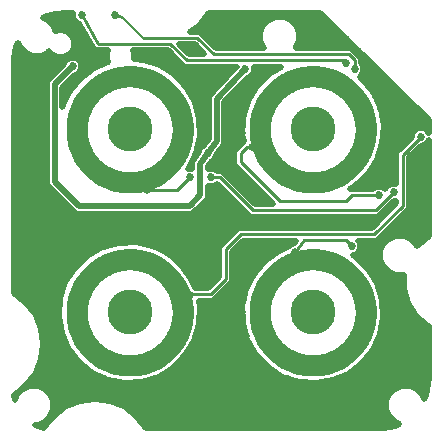
<source format=gbl>
G75*
%MOIN*%
%OFA0B0*%
%FSLAX25Y25*%
%IPPOS*%
%LPD*%
%AMOC8*
5,1,8,0,0,1.08239X$1,22.5*
%
%ADD10C,0.15000*%
%ADD11C,0.02500*%
%ADD12C,0.03400*%
%ADD13C,0.07000*%
%ADD14C,0.02000*%
%ADD15C,0.02700*%
%ADD16C,0.01000*%
%ADD17C,0.00748*%
D10*
X0058558Y0056840D03*
X0119558Y0056840D03*
X0119558Y0117840D03*
X0058558Y0117840D03*
D11*
X0064469Y0097783D03*
X0099500Y0111929D03*
X0113647Y0076898D03*
X0078615Y0062751D03*
D12*
X0058558Y0056840D03*
X0119558Y0056840D03*
X0119558Y0117840D03*
X0058558Y0117840D03*
D13*
X0040858Y0117840D02*
X0040863Y0118274D01*
X0040879Y0118708D01*
X0040906Y0119142D01*
X0040943Y0119575D01*
X0040991Y0120007D01*
X0041050Y0120437D01*
X0041119Y0120866D01*
X0041198Y0121293D01*
X0041288Y0121718D01*
X0041388Y0122141D01*
X0041499Y0122561D01*
X0041620Y0122978D01*
X0041751Y0123392D01*
X0041893Y0123803D01*
X0042044Y0124210D01*
X0042205Y0124613D01*
X0042376Y0125013D01*
X0042557Y0125408D01*
X0042748Y0125798D01*
X0042948Y0126184D01*
X0043157Y0126564D01*
X0043376Y0126940D01*
X0043604Y0127309D01*
X0043841Y0127674D01*
X0044087Y0128032D01*
X0044341Y0128384D01*
X0044604Y0128730D01*
X0044876Y0129069D01*
X0045155Y0129401D01*
X0045443Y0129727D01*
X0045739Y0130045D01*
X0046042Y0130356D01*
X0046353Y0130659D01*
X0046671Y0130955D01*
X0046997Y0131243D01*
X0047329Y0131522D01*
X0047668Y0131794D01*
X0048014Y0132057D01*
X0048366Y0132311D01*
X0048724Y0132557D01*
X0049089Y0132794D01*
X0049458Y0133022D01*
X0049834Y0133241D01*
X0050214Y0133450D01*
X0050600Y0133650D01*
X0050990Y0133841D01*
X0051385Y0134022D01*
X0051785Y0134193D01*
X0052188Y0134354D01*
X0052595Y0134505D01*
X0053006Y0134647D01*
X0053420Y0134778D01*
X0053837Y0134899D01*
X0054257Y0135010D01*
X0054680Y0135110D01*
X0055105Y0135200D01*
X0055532Y0135279D01*
X0055961Y0135348D01*
X0056391Y0135407D01*
X0056823Y0135455D01*
X0057256Y0135492D01*
X0057690Y0135519D01*
X0058124Y0135535D01*
X0058558Y0135540D01*
X0058992Y0135535D01*
X0059426Y0135519D01*
X0059860Y0135492D01*
X0060293Y0135455D01*
X0060725Y0135407D01*
X0061155Y0135348D01*
X0061584Y0135279D01*
X0062011Y0135200D01*
X0062436Y0135110D01*
X0062859Y0135010D01*
X0063279Y0134899D01*
X0063696Y0134778D01*
X0064110Y0134647D01*
X0064521Y0134505D01*
X0064928Y0134354D01*
X0065331Y0134193D01*
X0065731Y0134022D01*
X0066126Y0133841D01*
X0066516Y0133650D01*
X0066902Y0133450D01*
X0067282Y0133241D01*
X0067658Y0133022D01*
X0068027Y0132794D01*
X0068392Y0132557D01*
X0068750Y0132311D01*
X0069102Y0132057D01*
X0069448Y0131794D01*
X0069787Y0131522D01*
X0070119Y0131243D01*
X0070445Y0130955D01*
X0070763Y0130659D01*
X0071074Y0130356D01*
X0071377Y0130045D01*
X0071673Y0129727D01*
X0071961Y0129401D01*
X0072240Y0129069D01*
X0072512Y0128730D01*
X0072775Y0128384D01*
X0073029Y0128032D01*
X0073275Y0127674D01*
X0073512Y0127309D01*
X0073740Y0126940D01*
X0073959Y0126564D01*
X0074168Y0126184D01*
X0074368Y0125798D01*
X0074559Y0125408D01*
X0074740Y0125013D01*
X0074911Y0124613D01*
X0075072Y0124210D01*
X0075223Y0123803D01*
X0075365Y0123392D01*
X0075496Y0122978D01*
X0075617Y0122561D01*
X0075728Y0122141D01*
X0075828Y0121718D01*
X0075918Y0121293D01*
X0075997Y0120866D01*
X0076066Y0120437D01*
X0076125Y0120007D01*
X0076173Y0119575D01*
X0076210Y0119142D01*
X0076237Y0118708D01*
X0076253Y0118274D01*
X0076258Y0117840D01*
X0076253Y0117406D01*
X0076237Y0116972D01*
X0076210Y0116538D01*
X0076173Y0116105D01*
X0076125Y0115673D01*
X0076066Y0115243D01*
X0075997Y0114814D01*
X0075918Y0114387D01*
X0075828Y0113962D01*
X0075728Y0113539D01*
X0075617Y0113119D01*
X0075496Y0112702D01*
X0075365Y0112288D01*
X0075223Y0111877D01*
X0075072Y0111470D01*
X0074911Y0111067D01*
X0074740Y0110667D01*
X0074559Y0110272D01*
X0074368Y0109882D01*
X0074168Y0109496D01*
X0073959Y0109116D01*
X0073740Y0108740D01*
X0073512Y0108371D01*
X0073275Y0108006D01*
X0073029Y0107648D01*
X0072775Y0107296D01*
X0072512Y0106950D01*
X0072240Y0106611D01*
X0071961Y0106279D01*
X0071673Y0105953D01*
X0071377Y0105635D01*
X0071074Y0105324D01*
X0070763Y0105021D01*
X0070445Y0104725D01*
X0070119Y0104437D01*
X0069787Y0104158D01*
X0069448Y0103886D01*
X0069102Y0103623D01*
X0068750Y0103369D01*
X0068392Y0103123D01*
X0068027Y0102886D01*
X0067658Y0102658D01*
X0067282Y0102439D01*
X0066902Y0102230D01*
X0066516Y0102030D01*
X0066126Y0101839D01*
X0065731Y0101658D01*
X0065331Y0101487D01*
X0064928Y0101326D01*
X0064521Y0101175D01*
X0064110Y0101033D01*
X0063696Y0100902D01*
X0063279Y0100781D01*
X0062859Y0100670D01*
X0062436Y0100570D01*
X0062011Y0100480D01*
X0061584Y0100401D01*
X0061155Y0100332D01*
X0060725Y0100273D01*
X0060293Y0100225D01*
X0059860Y0100188D01*
X0059426Y0100161D01*
X0058992Y0100145D01*
X0058558Y0100140D01*
X0058124Y0100145D01*
X0057690Y0100161D01*
X0057256Y0100188D01*
X0056823Y0100225D01*
X0056391Y0100273D01*
X0055961Y0100332D01*
X0055532Y0100401D01*
X0055105Y0100480D01*
X0054680Y0100570D01*
X0054257Y0100670D01*
X0053837Y0100781D01*
X0053420Y0100902D01*
X0053006Y0101033D01*
X0052595Y0101175D01*
X0052188Y0101326D01*
X0051785Y0101487D01*
X0051385Y0101658D01*
X0050990Y0101839D01*
X0050600Y0102030D01*
X0050214Y0102230D01*
X0049834Y0102439D01*
X0049458Y0102658D01*
X0049089Y0102886D01*
X0048724Y0103123D01*
X0048366Y0103369D01*
X0048014Y0103623D01*
X0047668Y0103886D01*
X0047329Y0104158D01*
X0046997Y0104437D01*
X0046671Y0104725D01*
X0046353Y0105021D01*
X0046042Y0105324D01*
X0045739Y0105635D01*
X0045443Y0105953D01*
X0045155Y0106279D01*
X0044876Y0106611D01*
X0044604Y0106950D01*
X0044341Y0107296D01*
X0044087Y0107648D01*
X0043841Y0108006D01*
X0043604Y0108371D01*
X0043376Y0108740D01*
X0043157Y0109116D01*
X0042948Y0109496D01*
X0042748Y0109882D01*
X0042557Y0110272D01*
X0042376Y0110667D01*
X0042205Y0111067D01*
X0042044Y0111470D01*
X0041893Y0111877D01*
X0041751Y0112288D01*
X0041620Y0112702D01*
X0041499Y0113119D01*
X0041388Y0113539D01*
X0041288Y0113962D01*
X0041198Y0114387D01*
X0041119Y0114814D01*
X0041050Y0115243D01*
X0040991Y0115673D01*
X0040943Y0116105D01*
X0040906Y0116538D01*
X0040879Y0116972D01*
X0040863Y0117406D01*
X0040858Y0117840D01*
X0040858Y0056840D02*
X0040863Y0057274D01*
X0040879Y0057708D01*
X0040906Y0058142D01*
X0040943Y0058575D01*
X0040991Y0059007D01*
X0041050Y0059437D01*
X0041119Y0059866D01*
X0041198Y0060293D01*
X0041288Y0060718D01*
X0041388Y0061141D01*
X0041499Y0061561D01*
X0041620Y0061978D01*
X0041751Y0062392D01*
X0041893Y0062803D01*
X0042044Y0063210D01*
X0042205Y0063613D01*
X0042376Y0064013D01*
X0042557Y0064408D01*
X0042748Y0064798D01*
X0042948Y0065184D01*
X0043157Y0065564D01*
X0043376Y0065940D01*
X0043604Y0066309D01*
X0043841Y0066674D01*
X0044087Y0067032D01*
X0044341Y0067384D01*
X0044604Y0067730D01*
X0044876Y0068069D01*
X0045155Y0068401D01*
X0045443Y0068727D01*
X0045739Y0069045D01*
X0046042Y0069356D01*
X0046353Y0069659D01*
X0046671Y0069955D01*
X0046997Y0070243D01*
X0047329Y0070522D01*
X0047668Y0070794D01*
X0048014Y0071057D01*
X0048366Y0071311D01*
X0048724Y0071557D01*
X0049089Y0071794D01*
X0049458Y0072022D01*
X0049834Y0072241D01*
X0050214Y0072450D01*
X0050600Y0072650D01*
X0050990Y0072841D01*
X0051385Y0073022D01*
X0051785Y0073193D01*
X0052188Y0073354D01*
X0052595Y0073505D01*
X0053006Y0073647D01*
X0053420Y0073778D01*
X0053837Y0073899D01*
X0054257Y0074010D01*
X0054680Y0074110D01*
X0055105Y0074200D01*
X0055532Y0074279D01*
X0055961Y0074348D01*
X0056391Y0074407D01*
X0056823Y0074455D01*
X0057256Y0074492D01*
X0057690Y0074519D01*
X0058124Y0074535D01*
X0058558Y0074540D01*
X0058992Y0074535D01*
X0059426Y0074519D01*
X0059860Y0074492D01*
X0060293Y0074455D01*
X0060725Y0074407D01*
X0061155Y0074348D01*
X0061584Y0074279D01*
X0062011Y0074200D01*
X0062436Y0074110D01*
X0062859Y0074010D01*
X0063279Y0073899D01*
X0063696Y0073778D01*
X0064110Y0073647D01*
X0064521Y0073505D01*
X0064928Y0073354D01*
X0065331Y0073193D01*
X0065731Y0073022D01*
X0066126Y0072841D01*
X0066516Y0072650D01*
X0066902Y0072450D01*
X0067282Y0072241D01*
X0067658Y0072022D01*
X0068027Y0071794D01*
X0068392Y0071557D01*
X0068750Y0071311D01*
X0069102Y0071057D01*
X0069448Y0070794D01*
X0069787Y0070522D01*
X0070119Y0070243D01*
X0070445Y0069955D01*
X0070763Y0069659D01*
X0071074Y0069356D01*
X0071377Y0069045D01*
X0071673Y0068727D01*
X0071961Y0068401D01*
X0072240Y0068069D01*
X0072512Y0067730D01*
X0072775Y0067384D01*
X0073029Y0067032D01*
X0073275Y0066674D01*
X0073512Y0066309D01*
X0073740Y0065940D01*
X0073959Y0065564D01*
X0074168Y0065184D01*
X0074368Y0064798D01*
X0074559Y0064408D01*
X0074740Y0064013D01*
X0074911Y0063613D01*
X0075072Y0063210D01*
X0075223Y0062803D01*
X0075365Y0062392D01*
X0075496Y0061978D01*
X0075617Y0061561D01*
X0075728Y0061141D01*
X0075828Y0060718D01*
X0075918Y0060293D01*
X0075997Y0059866D01*
X0076066Y0059437D01*
X0076125Y0059007D01*
X0076173Y0058575D01*
X0076210Y0058142D01*
X0076237Y0057708D01*
X0076253Y0057274D01*
X0076258Y0056840D01*
X0076253Y0056406D01*
X0076237Y0055972D01*
X0076210Y0055538D01*
X0076173Y0055105D01*
X0076125Y0054673D01*
X0076066Y0054243D01*
X0075997Y0053814D01*
X0075918Y0053387D01*
X0075828Y0052962D01*
X0075728Y0052539D01*
X0075617Y0052119D01*
X0075496Y0051702D01*
X0075365Y0051288D01*
X0075223Y0050877D01*
X0075072Y0050470D01*
X0074911Y0050067D01*
X0074740Y0049667D01*
X0074559Y0049272D01*
X0074368Y0048882D01*
X0074168Y0048496D01*
X0073959Y0048116D01*
X0073740Y0047740D01*
X0073512Y0047371D01*
X0073275Y0047006D01*
X0073029Y0046648D01*
X0072775Y0046296D01*
X0072512Y0045950D01*
X0072240Y0045611D01*
X0071961Y0045279D01*
X0071673Y0044953D01*
X0071377Y0044635D01*
X0071074Y0044324D01*
X0070763Y0044021D01*
X0070445Y0043725D01*
X0070119Y0043437D01*
X0069787Y0043158D01*
X0069448Y0042886D01*
X0069102Y0042623D01*
X0068750Y0042369D01*
X0068392Y0042123D01*
X0068027Y0041886D01*
X0067658Y0041658D01*
X0067282Y0041439D01*
X0066902Y0041230D01*
X0066516Y0041030D01*
X0066126Y0040839D01*
X0065731Y0040658D01*
X0065331Y0040487D01*
X0064928Y0040326D01*
X0064521Y0040175D01*
X0064110Y0040033D01*
X0063696Y0039902D01*
X0063279Y0039781D01*
X0062859Y0039670D01*
X0062436Y0039570D01*
X0062011Y0039480D01*
X0061584Y0039401D01*
X0061155Y0039332D01*
X0060725Y0039273D01*
X0060293Y0039225D01*
X0059860Y0039188D01*
X0059426Y0039161D01*
X0058992Y0039145D01*
X0058558Y0039140D01*
X0058124Y0039145D01*
X0057690Y0039161D01*
X0057256Y0039188D01*
X0056823Y0039225D01*
X0056391Y0039273D01*
X0055961Y0039332D01*
X0055532Y0039401D01*
X0055105Y0039480D01*
X0054680Y0039570D01*
X0054257Y0039670D01*
X0053837Y0039781D01*
X0053420Y0039902D01*
X0053006Y0040033D01*
X0052595Y0040175D01*
X0052188Y0040326D01*
X0051785Y0040487D01*
X0051385Y0040658D01*
X0050990Y0040839D01*
X0050600Y0041030D01*
X0050214Y0041230D01*
X0049834Y0041439D01*
X0049458Y0041658D01*
X0049089Y0041886D01*
X0048724Y0042123D01*
X0048366Y0042369D01*
X0048014Y0042623D01*
X0047668Y0042886D01*
X0047329Y0043158D01*
X0046997Y0043437D01*
X0046671Y0043725D01*
X0046353Y0044021D01*
X0046042Y0044324D01*
X0045739Y0044635D01*
X0045443Y0044953D01*
X0045155Y0045279D01*
X0044876Y0045611D01*
X0044604Y0045950D01*
X0044341Y0046296D01*
X0044087Y0046648D01*
X0043841Y0047006D01*
X0043604Y0047371D01*
X0043376Y0047740D01*
X0043157Y0048116D01*
X0042948Y0048496D01*
X0042748Y0048882D01*
X0042557Y0049272D01*
X0042376Y0049667D01*
X0042205Y0050067D01*
X0042044Y0050470D01*
X0041893Y0050877D01*
X0041751Y0051288D01*
X0041620Y0051702D01*
X0041499Y0052119D01*
X0041388Y0052539D01*
X0041288Y0052962D01*
X0041198Y0053387D01*
X0041119Y0053814D01*
X0041050Y0054243D01*
X0040991Y0054673D01*
X0040943Y0055105D01*
X0040906Y0055538D01*
X0040879Y0055972D01*
X0040863Y0056406D01*
X0040858Y0056840D01*
X0101858Y0056840D02*
X0101863Y0057274D01*
X0101879Y0057708D01*
X0101906Y0058142D01*
X0101943Y0058575D01*
X0101991Y0059007D01*
X0102050Y0059437D01*
X0102119Y0059866D01*
X0102198Y0060293D01*
X0102288Y0060718D01*
X0102388Y0061141D01*
X0102499Y0061561D01*
X0102620Y0061978D01*
X0102751Y0062392D01*
X0102893Y0062803D01*
X0103044Y0063210D01*
X0103205Y0063613D01*
X0103376Y0064013D01*
X0103557Y0064408D01*
X0103748Y0064798D01*
X0103948Y0065184D01*
X0104157Y0065564D01*
X0104376Y0065940D01*
X0104604Y0066309D01*
X0104841Y0066674D01*
X0105087Y0067032D01*
X0105341Y0067384D01*
X0105604Y0067730D01*
X0105876Y0068069D01*
X0106155Y0068401D01*
X0106443Y0068727D01*
X0106739Y0069045D01*
X0107042Y0069356D01*
X0107353Y0069659D01*
X0107671Y0069955D01*
X0107997Y0070243D01*
X0108329Y0070522D01*
X0108668Y0070794D01*
X0109014Y0071057D01*
X0109366Y0071311D01*
X0109724Y0071557D01*
X0110089Y0071794D01*
X0110458Y0072022D01*
X0110834Y0072241D01*
X0111214Y0072450D01*
X0111600Y0072650D01*
X0111990Y0072841D01*
X0112385Y0073022D01*
X0112785Y0073193D01*
X0113188Y0073354D01*
X0113595Y0073505D01*
X0114006Y0073647D01*
X0114420Y0073778D01*
X0114837Y0073899D01*
X0115257Y0074010D01*
X0115680Y0074110D01*
X0116105Y0074200D01*
X0116532Y0074279D01*
X0116961Y0074348D01*
X0117391Y0074407D01*
X0117823Y0074455D01*
X0118256Y0074492D01*
X0118690Y0074519D01*
X0119124Y0074535D01*
X0119558Y0074540D01*
X0119992Y0074535D01*
X0120426Y0074519D01*
X0120860Y0074492D01*
X0121293Y0074455D01*
X0121725Y0074407D01*
X0122155Y0074348D01*
X0122584Y0074279D01*
X0123011Y0074200D01*
X0123436Y0074110D01*
X0123859Y0074010D01*
X0124279Y0073899D01*
X0124696Y0073778D01*
X0125110Y0073647D01*
X0125521Y0073505D01*
X0125928Y0073354D01*
X0126331Y0073193D01*
X0126731Y0073022D01*
X0127126Y0072841D01*
X0127516Y0072650D01*
X0127902Y0072450D01*
X0128282Y0072241D01*
X0128658Y0072022D01*
X0129027Y0071794D01*
X0129392Y0071557D01*
X0129750Y0071311D01*
X0130102Y0071057D01*
X0130448Y0070794D01*
X0130787Y0070522D01*
X0131119Y0070243D01*
X0131445Y0069955D01*
X0131763Y0069659D01*
X0132074Y0069356D01*
X0132377Y0069045D01*
X0132673Y0068727D01*
X0132961Y0068401D01*
X0133240Y0068069D01*
X0133512Y0067730D01*
X0133775Y0067384D01*
X0134029Y0067032D01*
X0134275Y0066674D01*
X0134512Y0066309D01*
X0134740Y0065940D01*
X0134959Y0065564D01*
X0135168Y0065184D01*
X0135368Y0064798D01*
X0135559Y0064408D01*
X0135740Y0064013D01*
X0135911Y0063613D01*
X0136072Y0063210D01*
X0136223Y0062803D01*
X0136365Y0062392D01*
X0136496Y0061978D01*
X0136617Y0061561D01*
X0136728Y0061141D01*
X0136828Y0060718D01*
X0136918Y0060293D01*
X0136997Y0059866D01*
X0137066Y0059437D01*
X0137125Y0059007D01*
X0137173Y0058575D01*
X0137210Y0058142D01*
X0137237Y0057708D01*
X0137253Y0057274D01*
X0137258Y0056840D01*
X0137253Y0056406D01*
X0137237Y0055972D01*
X0137210Y0055538D01*
X0137173Y0055105D01*
X0137125Y0054673D01*
X0137066Y0054243D01*
X0136997Y0053814D01*
X0136918Y0053387D01*
X0136828Y0052962D01*
X0136728Y0052539D01*
X0136617Y0052119D01*
X0136496Y0051702D01*
X0136365Y0051288D01*
X0136223Y0050877D01*
X0136072Y0050470D01*
X0135911Y0050067D01*
X0135740Y0049667D01*
X0135559Y0049272D01*
X0135368Y0048882D01*
X0135168Y0048496D01*
X0134959Y0048116D01*
X0134740Y0047740D01*
X0134512Y0047371D01*
X0134275Y0047006D01*
X0134029Y0046648D01*
X0133775Y0046296D01*
X0133512Y0045950D01*
X0133240Y0045611D01*
X0132961Y0045279D01*
X0132673Y0044953D01*
X0132377Y0044635D01*
X0132074Y0044324D01*
X0131763Y0044021D01*
X0131445Y0043725D01*
X0131119Y0043437D01*
X0130787Y0043158D01*
X0130448Y0042886D01*
X0130102Y0042623D01*
X0129750Y0042369D01*
X0129392Y0042123D01*
X0129027Y0041886D01*
X0128658Y0041658D01*
X0128282Y0041439D01*
X0127902Y0041230D01*
X0127516Y0041030D01*
X0127126Y0040839D01*
X0126731Y0040658D01*
X0126331Y0040487D01*
X0125928Y0040326D01*
X0125521Y0040175D01*
X0125110Y0040033D01*
X0124696Y0039902D01*
X0124279Y0039781D01*
X0123859Y0039670D01*
X0123436Y0039570D01*
X0123011Y0039480D01*
X0122584Y0039401D01*
X0122155Y0039332D01*
X0121725Y0039273D01*
X0121293Y0039225D01*
X0120860Y0039188D01*
X0120426Y0039161D01*
X0119992Y0039145D01*
X0119558Y0039140D01*
X0119124Y0039145D01*
X0118690Y0039161D01*
X0118256Y0039188D01*
X0117823Y0039225D01*
X0117391Y0039273D01*
X0116961Y0039332D01*
X0116532Y0039401D01*
X0116105Y0039480D01*
X0115680Y0039570D01*
X0115257Y0039670D01*
X0114837Y0039781D01*
X0114420Y0039902D01*
X0114006Y0040033D01*
X0113595Y0040175D01*
X0113188Y0040326D01*
X0112785Y0040487D01*
X0112385Y0040658D01*
X0111990Y0040839D01*
X0111600Y0041030D01*
X0111214Y0041230D01*
X0110834Y0041439D01*
X0110458Y0041658D01*
X0110089Y0041886D01*
X0109724Y0042123D01*
X0109366Y0042369D01*
X0109014Y0042623D01*
X0108668Y0042886D01*
X0108329Y0043158D01*
X0107997Y0043437D01*
X0107671Y0043725D01*
X0107353Y0044021D01*
X0107042Y0044324D01*
X0106739Y0044635D01*
X0106443Y0044953D01*
X0106155Y0045279D01*
X0105876Y0045611D01*
X0105604Y0045950D01*
X0105341Y0046296D01*
X0105087Y0046648D01*
X0104841Y0047006D01*
X0104604Y0047371D01*
X0104376Y0047740D01*
X0104157Y0048116D01*
X0103948Y0048496D01*
X0103748Y0048882D01*
X0103557Y0049272D01*
X0103376Y0049667D01*
X0103205Y0050067D01*
X0103044Y0050470D01*
X0102893Y0050877D01*
X0102751Y0051288D01*
X0102620Y0051702D01*
X0102499Y0052119D01*
X0102388Y0052539D01*
X0102288Y0052962D01*
X0102198Y0053387D01*
X0102119Y0053814D01*
X0102050Y0054243D01*
X0101991Y0054673D01*
X0101943Y0055105D01*
X0101906Y0055538D01*
X0101879Y0055972D01*
X0101863Y0056406D01*
X0101858Y0056840D01*
X0101858Y0117840D02*
X0101863Y0118274D01*
X0101879Y0118708D01*
X0101906Y0119142D01*
X0101943Y0119575D01*
X0101991Y0120007D01*
X0102050Y0120437D01*
X0102119Y0120866D01*
X0102198Y0121293D01*
X0102288Y0121718D01*
X0102388Y0122141D01*
X0102499Y0122561D01*
X0102620Y0122978D01*
X0102751Y0123392D01*
X0102893Y0123803D01*
X0103044Y0124210D01*
X0103205Y0124613D01*
X0103376Y0125013D01*
X0103557Y0125408D01*
X0103748Y0125798D01*
X0103948Y0126184D01*
X0104157Y0126564D01*
X0104376Y0126940D01*
X0104604Y0127309D01*
X0104841Y0127674D01*
X0105087Y0128032D01*
X0105341Y0128384D01*
X0105604Y0128730D01*
X0105876Y0129069D01*
X0106155Y0129401D01*
X0106443Y0129727D01*
X0106739Y0130045D01*
X0107042Y0130356D01*
X0107353Y0130659D01*
X0107671Y0130955D01*
X0107997Y0131243D01*
X0108329Y0131522D01*
X0108668Y0131794D01*
X0109014Y0132057D01*
X0109366Y0132311D01*
X0109724Y0132557D01*
X0110089Y0132794D01*
X0110458Y0133022D01*
X0110834Y0133241D01*
X0111214Y0133450D01*
X0111600Y0133650D01*
X0111990Y0133841D01*
X0112385Y0134022D01*
X0112785Y0134193D01*
X0113188Y0134354D01*
X0113595Y0134505D01*
X0114006Y0134647D01*
X0114420Y0134778D01*
X0114837Y0134899D01*
X0115257Y0135010D01*
X0115680Y0135110D01*
X0116105Y0135200D01*
X0116532Y0135279D01*
X0116961Y0135348D01*
X0117391Y0135407D01*
X0117823Y0135455D01*
X0118256Y0135492D01*
X0118690Y0135519D01*
X0119124Y0135535D01*
X0119558Y0135540D01*
X0119992Y0135535D01*
X0120426Y0135519D01*
X0120860Y0135492D01*
X0121293Y0135455D01*
X0121725Y0135407D01*
X0122155Y0135348D01*
X0122584Y0135279D01*
X0123011Y0135200D01*
X0123436Y0135110D01*
X0123859Y0135010D01*
X0124279Y0134899D01*
X0124696Y0134778D01*
X0125110Y0134647D01*
X0125521Y0134505D01*
X0125928Y0134354D01*
X0126331Y0134193D01*
X0126731Y0134022D01*
X0127126Y0133841D01*
X0127516Y0133650D01*
X0127902Y0133450D01*
X0128282Y0133241D01*
X0128658Y0133022D01*
X0129027Y0132794D01*
X0129392Y0132557D01*
X0129750Y0132311D01*
X0130102Y0132057D01*
X0130448Y0131794D01*
X0130787Y0131522D01*
X0131119Y0131243D01*
X0131445Y0130955D01*
X0131763Y0130659D01*
X0132074Y0130356D01*
X0132377Y0130045D01*
X0132673Y0129727D01*
X0132961Y0129401D01*
X0133240Y0129069D01*
X0133512Y0128730D01*
X0133775Y0128384D01*
X0134029Y0128032D01*
X0134275Y0127674D01*
X0134512Y0127309D01*
X0134740Y0126940D01*
X0134959Y0126564D01*
X0135168Y0126184D01*
X0135368Y0125798D01*
X0135559Y0125408D01*
X0135740Y0125013D01*
X0135911Y0124613D01*
X0136072Y0124210D01*
X0136223Y0123803D01*
X0136365Y0123392D01*
X0136496Y0122978D01*
X0136617Y0122561D01*
X0136728Y0122141D01*
X0136828Y0121718D01*
X0136918Y0121293D01*
X0136997Y0120866D01*
X0137066Y0120437D01*
X0137125Y0120007D01*
X0137173Y0119575D01*
X0137210Y0119142D01*
X0137237Y0118708D01*
X0137253Y0118274D01*
X0137258Y0117840D01*
X0137253Y0117406D01*
X0137237Y0116972D01*
X0137210Y0116538D01*
X0137173Y0116105D01*
X0137125Y0115673D01*
X0137066Y0115243D01*
X0136997Y0114814D01*
X0136918Y0114387D01*
X0136828Y0113962D01*
X0136728Y0113539D01*
X0136617Y0113119D01*
X0136496Y0112702D01*
X0136365Y0112288D01*
X0136223Y0111877D01*
X0136072Y0111470D01*
X0135911Y0111067D01*
X0135740Y0110667D01*
X0135559Y0110272D01*
X0135368Y0109882D01*
X0135168Y0109496D01*
X0134959Y0109116D01*
X0134740Y0108740D01*
X0134512Y0108371D01*
X0134275Y0108006D01*
X0134029Y0107648D01*
X0133775Y0107296D01*
X0133512Y0106950D01*
X0133240Y0106611D01*
X0132961Y0106279D01*
X0132673Y0105953D01*
X0132377Y0105635D01*
X0132074Y0105324D01*
X0131763Y0105021D01*
X0131445Y0104725D01*
X0131119Y0104437D01*
X0130787Y0104158D01*
X0130448Y0103886D01*
X0130102Y0103623D01*
X0129750Y0103369D01*
X0129392Y0103123D01*
X0129027Y0102886D01*
X0128658Y0102658D01*
X0128282Y0102439D01*
X0127902Y0102230D01*
X0127516Y0102030D01*
X0127126Y0101839D01*
X0126731Y0101658D01*
X0126331Y0101487D01*
X0125928Y0101326D01*
X0125521Y0101175D01*
X0125110Y0101033D01*
X0124696Y0100902D01*
X0124279Y0100781D01*
X0123859Y0100670D01*
X0123436Y0100570D01*
X0123011Y0100480D01*
X0122584Y0100401D01*
X0122155Y0100332D01*
X0121725Y0100273D01*
X0121293Y0100225D01*
X0120860Y0100188D01*
X0120426Y0100161D01*
X0119992Y0100145D01*
X0119558Y0100140D01*
X0119124Y0100145D01*
X0118690Y0100161D01*
X0118256Y0100188D01*
X0117823Y0100225D01*
X0117391Y0100273D01*
X0116961Y0100332D01*
X0116532Y0100401D01*
X0116105Y0100480D01*
X0115680Y0100570D01*
X0115257Y0100670D01*
X0114837Y0100781D01*
X0114420Y0100902D01*
X0114006Y0101033D01*
X0113595Y0101175D01*
X0113188Y0101326D01*
X0112785Y0101487D01*
X0112385Y0101658D01*
X0111990Y0101839D01*
X0111600Y0102030D01*
X0111214Y0102230D01*
X0110834Y0102439D01*
X0110458Y0102658D01*
X0110089Y0102886D01*
X0109724Y0103123D01*
X0109366Y0103369D01*
X0109014Y0103623D01*
X0108668Y0103886D01*
X0108329Y0104158D01*
X0107997Y0104437D01*
X0107671Y0104725D01*
X0107353Y0105021D01*
X0107042Y0105324D01*
X0106739Y0105635D01*
X0106443Y0105953D01*
X0106155Y0106279D01*
X0105876Y0106611D01*
X0105604Y0106950D01*
X0105341Y0107296D01*
X0105087Y0107648D01*
X0104841Y0108006D01*
X0104604Y0108371D01*
X0104376Y0108740D01*
X0104157Y0109116D01*
X0103948Y0109496D01*
X0103748Y0109882D01*
X0103557Y0110272D01*
X0103376Y0110667D01*
X0103205Y0111067D01*
X0103044Y0111470D01*
X0102893Y0111877D01*
X0102751Y0112288D01*
X0102620Y0112702D01*
X0102499Y0113119D01*
X0102388Y0113539D01*
X0102288Y0113962D01*
X0102198Y0114387D01*
X0102119Y0114814D01*
X0102050Y0115243D01*
X0101991Y0115673D01*
X0101943Y0116105D01*
X0101906Y0116538D01*
X0101879Y0116972D01*
X0101863Y0117406D01*
X0101858Y0117840D01*
D14*
X0027851Y0019340D02*
X0027011Y0019340D01*
X0027177Y0019237D01*
X0030077Y0018361D01*
X0030123Y0018466D01*
X0030123Y0018466D01*
X0033244Y0022428D01*
X0033244Y0022428D01*
X0037272Y0025462D01*
X0037272Y0025462D01*
X0041942Y0027367D01*
X0041942Y0027367D01*
X0046944Y0028017D01*
X0046944Y0028017D01*
X0051945Y0027367D01*
X0051945Y0027367D01*
X0056615Y0025462D01*
X0056615Y0025462D01*
X0060644Y0022428D01*
X0060644Y0022428D01*
X0063764Y0018466D01*
X0063764Y0018466D01*
X0063905Y0018140D01*
X0141558Y0018140D01*
X0143428Y0018245D01*
X0147073Y0019077D01*
X0148380Y0019707D01*
X0146876Y0020330D01*
X0145047Y0022158D01*
X0144058Y0024547D01*
X0144058Y0027133D01*
X0145047Y0029522D01*
X0146876Y0031351D01*
X0149265Y0032340D01*
X0151851Y0032340D01*
X0154240Y0031351D01*
X0156068Y0029522D01*
X0156691Y0028018D01*
X0157321Y0029325D01*
X0158153Y0032970D01*
X0158258Y0034840D01*
X0158258Y0052264D01*
X0157931Y0052406D01*
X0157931Y0052406D01*
X0154071Y0055653D01*
X0154071Y0055653D01*
X0151302Y0059870D01*
X0151302Y0059870D01*
X0149858Y0064704D01*
X0149858Y0069343D01*
X0149851Y0069340D01*
X0147265Y0069340D01*
X0144876Y0070330D01*
X0143047Y0072158D01*
X0142058Y0074547D01*
X0142058Y0077133D01*
X0143047Y0079522D01*
X0144876Y0081351D01*
X0147265Y0082340D01*
X0149851Y0082340D01*
X0152240Y0081351D01*
X0154068Y0079522D01*
X0154291Y0078984D01*
X0157931Y0082046D01*
X0158258Y0082188D01*
X0158258Y0114150D01*
X0158059Y0113669D01*
X0157229Y0112839D01*
X0156145Y0112390D01*
X0155578Y0112390D01*
X0151658Y0108470D01*
X0151658Y0091404D01*
X0142224Y0081970D01*
X0140994Y0080740D01*
X0134830Y0080740D01*
X0135059Y0080511D01*
X0135508Y0079427D01*
X0135508Y0078253D01*
X0135059Y0077169D01*
X0134229Y0076339D01*
X0133171Y0075901D01*
X0133924Y0075458D01*
X0133924Y0075458D01*
X0138026Y0071436D01*
X0138026Y0071436D01*
X0141033Y0066540D01*
X0141033Y0066540D01*
X0142766Y0061063D01*
X0142766Y0061063D01*
X0143122Y0055329D01*
X0143122Y0055329D01*
X0142081Y0049679D01*
X0142081Y0049679D01*
X0139704Y0044449D01*
X0139704Y0044449D01*
X0136132Y0039950D01*
X0136132Y0039950D01*
X0136132Y0039950D01*
X0131577Y0036448D01*
X0131577Y0036448D01*
X0126311Y0034152D01*
X0126311Y0034152D01*
X0120646Y0033198D01*
X0120646Y0033198D01*
X0114918Y0033643D01*
X0114918Y0033643D01*
X0109468Y0035460D01*
X0109468Y0035460D01*
X0104620Y0038542D01*
X0104620Y0038542D01*
X0100661Y0042706D01*
X0100661Y0042706D01*
X0097827Y0047703D01*
X0097827Y0047703D01*
X0096287Y0053237D01*
X0096287Y0053237D01*
X0096130Y0058980D01*
X0096130Y0058980D01*
X0097368Y0064590D01*
X0097368Y0064590D01*
X0099927Y0069734D01*
X0099927Y0069734D01*
X0103653Y0074107D01*
X0103653Y0074107D01*
X0108327Y0077447D01*
X0108327Y0077447D01*
X0110999Y0078503D01*
X0111367Y0078648D01*
X0112032Y0079314D01*
X0113080Y0079748D01*
X0113154Y0079748D01*
X0113894Y0080740D01*
X0096428Y0080740D01*
X0092658Y0076970D01*
X0092658Y0066970D01*
X0091428Y0065740D01*
X0087658Y0061970D01*
X0086428Y0060740D01*
X0081536Y0060740D01*
X0081958Y0058676D01*
X0081958Y0058676D01*
X0081713Y0052937D01*
X0081713Y0052937D01*
X0080087Y0047427D01*
X0080087Y0047427D01*
X0077176Y0042474D01*
X0077176Y0042474D01*
X0073153Y0038372D01*
X0073153Y0038372D01*
X0068258Y0035365D01*
X0068258Y0035365D01*
X0062781Y0033632D01*
X0062781Y0033632D01*
X0057047Y0033276D01*
X0057047Y0033276D01*
X0051397Y0034317D01*
X0051397Y0034317D01*
X0046167Y0036694D01*
X0046167Y0036694D01*
X0041667Y0040266D01*
X0041667Y0040266D01*
X0041667Y0040266D01*
X0038165Y0044821D01*
X0038165Y0044821D01*
X0035869Y0050087D01*
X0035869Y0050087D01*
X0034915Y0055752D01*
X0034915Y0055752D01*
X0035361Y0061480D01*
X0035361Y0061480D01*
X0037178Y0066930D01*
X0037178Y0066930D01*
X0040260Y0071778D01*
X0040260Y0071778D01*
X0044423Y0075737D01*
X0044423Y0075737D01*
X0049421Y0078571D01*
X0049421Y0078571D01*
X0054955Y0080112D01*
X0054955Y0080112D01*
X0060698Y0080268D01*
X0060698Y0080268D01*
X0066308Y0079030D01*
X0066308Y0079030D01*
X0071452Y0076471D01*
X0071452Y0076471D01*
X0075824Y0072745D01*
X0075824Y0072745D01*
X0079165Y0068071D01*
X0079165Y0068071D01*
X0080220Y0065399D01*
X0080366Y0065031D01*
X0080457Y0064940D01*
X0084688Y0064940D01*
X0088458Y0068710D01*
X0088458Y0078710D01*
X0089688Y0079940D01*
X0094688Y0084940D01*
X0139254Y0084940D01*
X0147458Y0093144D01*
X0147458Y0094020D01*
X0147145Y0093890D01*
X0146578Y0093890D01*
X0142658Y0089970D01*
X0141428Y0088740D01*
X0098688Y0088740D01*
X0087688Y0099740D01*
X0087630Y0099740D01*
X0087229Y0099339D01*
X0086145Y0098890D01*
X0084971Y0098890D01*
X0084658Y0099020D01*
X0084658Y0095323D01*
X0084262Y0094367D01*
X0083531Y0093636D01*
X0080031Y0090136D01*
X0079075Y0089740D01*
X0041041Y0089740D01*
X0040085Y0090136D01*
X0039354Y0090867D01*
X0032085Y0098136D01*
X0031354Y0098867D01*
X0030958Y0099823D01*
X0030958Y0133357D01*
X0031354Y0134313D01*
X0036707Y0139666D01*
X0037057Y0140511D01*
X0037887Y0141341D01*
X0038971Y0141790D01*
X0040145Y0141790D01*
X0041229Y0141341D01*
X0042059Y0140511D01*
X0042508Y0139427D01*
X0042508Y0138253D01*
X0042059Y0137169D01*
X0041229Y0136339D01*
X0040384Y0135989D01*
X0036158Y0131763D01*
X0036158Y0125271D01*
X0038412Y0130231D01*
X0038412Y0130231D01*
X0041984Y0134731D01*
X0041984Y0134731D01*
X0046538Y0138233D01*
X0046538Y0138233D01*
X0051494Y0140393D01*
X0051058Y0141445D01*
X0051058Y0143235D01*
X0051474Y0144240D01*
X0048622Y0144240D01*
X0048357Y0144087D01*
X0047783Y0144240D01*
X0047188Y0144240D01*
X0046972Y0144456D01*
X0046676Y0144535D01*
X0046378Y0145050D01*
X0045958Y0145470D01*
X0045958Y0145776D01*
X0041798Y0152962D01*
X0040887Y0153339D01*
X0040057Y0154169D01*
X0039608Y0155253D01*
X0039608Y0156427D01*
X0039655Y0156540D01*
X0036558Y0156540D01*
X0034688Y0156435D01*
X0031042Y0155603D01*
X0029735Y0154974D01*
X0031240Y0154351D01*
X0033068Y0152522D01*
X0033896Y0150523D01*
X0034663Y0150840D01*
X0036453Y0150840D01*
X0038107Y0150155D01*
X0039373Y0148889D01*
X0040058Y0147235D01*
X0040058Y0145445D01*
X0039373Y0143791D01*
X0038107Y0142525D01*
X0036453Y0141840D01*
X0034663Y0141840D01*
X0033009Y0142525D01*
X0031743Y0143791D01*
X0031731Y0143821D01*
X0031240Y0143330D01*
X0028851Y0142340D01*
X0026265Y0142340D01*
X0023876Y0143330D01*
X0022047Y0145158D01*
X0021424Y0146663D01*
X0020795Y0145356D01*
X0019963Y0141710D01*
X0019858Y0139840D01*
X0019858Y0063188D01*
X0020184Y0063047D01*
X0020184Y0063047D01*
X0024146Y0059926D01*
X0024146Y0059926D01*
X0027180Y0055897D01*
X0027180Y0055897D01*
X0029085Y0051227D01*
X0029085Y0051227D01*
X0029734Y0046226D01*
X0029734Y0046226D01*
X0029085Y0041225D01*
X0029085Y0041225D01*
X0027180Y0036555D01*
X0027180Y0036555D01*
X0024146Y0032526D01*
X0024146Y0032526D01*
X0024146Y0032526D01*
X0020184Y0029405D01*
X0020184Y0029405D01*
X0019926Y0029294D01*
X0020297Y0027709D01*
X0021047Y0029522D01*
X0022876Y0031351D01*
X0025265Y0032340D01*
X0027851Y0032340D01*
X0030240Y0031351D01*
X0032068Y0029522D01*
X0033058Y0027133D01*
X0033058Y0024547D01*
X0032068Y0022158D01*
X0030240Y0020330D01*
X0027851Y0019340D01*
X0028501Y0018837D02*
X0030415Y0018837D01*
X0030746Y0020836D02*
X0031989Y0020836D01*
X0033244Y0022428D02*
X0033244Y0022428D01*
X0033783Y0022834D02*
X0032348Y0022834D01*
X0033058Y0024833D02*
X0036436Y0024833D01*
X0033058Y0026831D02*
X0040628Y0026831D01*
X0032355Y0028830D02*
X0144761Y0028830D01*
X0144058Y0026831D02*
X0053259Y0026831D01*
X0057451Y0024833D02*
X0144058Y0024833D01*
X0144767Y0022834D02*
X0060105Y0022834D01*
X0060644Y0022428D02*
X0060644Y0022428D01*
X0061898Y0020836D02*
X0146370Y0020836D01*
X0146022Y0018837D02*
X0063472Y0018837D01*
X0066551Y0034825D02*
X0111373Y0034825D01*
X0107323Y0036824D02*
X0070633Y0036824D01*
X0073595Y0038822D02*
X0104354Y0038822D01*
X0102453Y0040821D02*
X0075555Y0040821D01*
X0077379Y0042819D02*
X0100597Y0042819D01*
X0099463Y0044818D02*
X0078554Y0044818D01*
X0079728Y0046816D02*
X0098330Y0046816D01*
X0097518Y0048815D02*
X0080497Y0048815D01*
X0081086Y0050813D02*
X0096961Y0050813D01*
X0096405Y0052812D02*
X0081676Y0052812D01*
X0081793Y0054810D02*
X0096244Y0054810D01*
X0096189Y0056809D02*
X0081878Y0056809D01*
X0081931Y0058807D02*
X0096135Y0058807D01*
X0096533Y0060806D02*
X0086493Y0060806D01*
X0088492Y0062804D02*
X0096974Y0062804D01*
X0097474Y0064803D02*
X0090490Y0064803D01*
X0092489Y0066801D02*
X0098468Y0066801D01*
X0099462Y0068800D02*
X0092658Y0068800D01*
X0092658Y0070798D02*
X0100834Y0070798D01*
X0102537Y0072797D02*
X0092658Y0072797D01*
X0092658Y0074796D02*
X0104617Y0074796D01*
X0107413Y0076794D02*
X0092658Y0076794D01*
X0094480Y0078793D02*
X0111511Y0078793D01*
X0106488Y0092940D02*
X0100428Y0092940D01*
X0089428Y0103940D01*
X0087688Y0103940D01*
X0087630Y0103940D01*
X0087229Y0104341D01*
X0086145Y0104790D01*
X0084971Y0104790D01*
X0084658Y0104660D01*
X0084658Y0105507D01*
X0085856Y0107185D01*
X0086229Y0107339D01*
X0087059Y0108169D01*
X0087508Y0109253D01*
X0087508Y0109440D01*
X0089527Y0112132D01*
X0089762Y0112367D01*
X0089834Y0112542D01*
X0089948Y0112694D01*
X0090031Y0113016D01*
X0090158Y0113323D01*
X0090158Y0113512D01*
X0090205Y0113696D01*
X0090158Y0114025D01*
X0090158Y0126802D01*
X0097969Y0135025D01*
X0098729Y0135339D01*
X0099559Y0136169D01*
X0100008Y0137253D01*
X0100008Y0138427D01*
X0099878Y0138740D01*
X0108922Y0138740D01*
X0104962Y0136308D01*
X0100940Y0132207D01*
X0100940Y0132207D01*
X0098029Y0127254D01*
X0098029Y0127254D01*
X0096403Y0121744D01*
X0096158Y0116004D01*
X0096598Y0113850D01*
X0095458Y0112710D01*
X0093458Y0110710D01*
X0093458Y0105970D01*
X0094688Y0104740D01*
X0106458Y0092970D01*
X0106488Y0092940D01*
X0106458Y0092970D02*
X0106458Y0092970D01*
X0104648Y0094781D02*
X0098587Y0094781D01*
X0096589Y0096779D02*
X0102649Y0096779D01*
X0100651Y0098778D02*
X0094590Y0098778D01*
X0092592Y0100776D02*
X0098652Y0100776D01*
X0096654Y0102775D02*
X0090593Y0102775D01*
X0088651Y0098778D02*
X0084658Y0098778D01*
X0084658Y0096779D02*
X0090649Y0096779D01*
X0092648Y0094781D02*
X0084433Y0094781D01*
X0082058Y0095840D02*
X0082058Y0106340D01*
X0084558Y0109840D01*
X0087558Y0113840D01*
X0087558Y0127840D01*
X0097058Y0137840D01*
X0099799Y0136749D02*
X0105680Y0136749D01*
X0104962Y0136308D02*
X0104962Y0136308D01*
X0103435Y0134751D02*
X0097709Y0134751D01*
X0095811Y0132752D02*
X0101475Y0132752D01*
X0100086Y0130754D02*
X0093912Y0130754D01*
X0092013Y0128755D02*
X0098911Y0128755D01*
X0097882Y0126757D02*
X0090158Y0126757D01*
X0090158Y0124758D02*
X0097292Y0124758D01*
X0096702Y0122760D02*
X0090158Y0122760D01*
X0090158Y0120761D02*
X0096361Y0120761D01*
X0096403Y0121744D02*
X0096403Y0121744D01*
X0096275Y0118763D02*
X0090158Y0118763D01*
X0090158Y0116764D02*
X0096190Y0116764D01*
X0096158Y0116004D02*
X0096158Y0116004D01*
X0096411Y0114766D02*
X0090158Y0114766D01*
X0089967Y0112767D02*
X0095515Y0112767D01*
X0093517Y0110769D02*
X0088504Y0110769D01*
X0087308Y0108770D02*
X0093458Y0108770D01*
X0093458Y0106772D02*
X0085561Y0106772D01*
X0086186Y0104773D02*
X0094655Y0104773D01*
X0094688Y0104740D02*
X0094688Y0104740D01*
X0084930Y0104773D02*
X0084658Y0104773D01*
X0079458Y0104773D02*
X0079186Y0104773D01*
X0079145Y0104790D02*
X0078056Y0104790D01*
X0078189Y0104946D01*
X0080747Y0110090D01*
X0081985Y0115700D01*
X0081829Y0121443D01*
X0080288Y0126977D01*
X0080288Y0126977D01*
X0077454Y0131975D01*
X0073496Y0136138D01*
X0073496Y0136138D01*
X0068647Y0139220D01*
X0063197Y0141038D01*
X0059992Y0141287D01*
X0060058Y0141445D01*
X0060058Y0143235D01*
X0059642Y0144240D01*
X0071188Y0144240D01*
X0076688Y0138740D01*
X0094238Y0138740D01*
X0094169Y0138574D01*
X0085696Y0129655D01*
X0085354Y0129313D01*
X0085340Y0129281D01*
X0085317Y0129256D01*
X0085143Y0128804D01*
X0084958Y0128357D01*
X0084958Y0128323D01*
X0084945Y0128291D01*
X0084958Y0127807D01*
X0084958Y0114707D01*
X0083317Y0112519D01*
X0082887Y0112341D01*
X0082057Y0111511D01*
X0081608Y0110427D01*
X0081608Y0110183D01*
X0080067Y0108026D01*
X0079854Y0107813D01*
X0079769Y0107610D01*
X0079642Y0107431D01*
X0079573Y0107136D01*
X0079458Y0106857D01*
X0079458Y0106637D01*
X0079408Y0106423D01*
X0079458Y0106125D01*
X0079458Y0104660D01*
X0079145Y0104790D01*
X0078189Y0104946D02*
X0078189Y0104946D01*
X0079097Y0106772D02*
X0079458Y0106772D01*
X0080091Y0108770D02*
X0080598Y0108770D01*
X0080747Y0110090D02*
X0080747Y0110090D01*
X0080897Y0110769D02*
X0081749Y0110769D01*
X0081338Y0112767D02*
X0083503Y0112767D01*
X0084958Y0114766D02*
X0081779Y0114766D01*
X0081985Y0115700D02*
X0081985Y0115700D01*
X0081956Y0116764D02*
X0084958Y0116764D01*
X0084958Y0118763D02*
X0081902Y0118763D01*
X0081848Y0120761D02*
X0084958Y0120761D01*
X0084958Y0122760D02*
X0081463Y0122760D01*
X0081829Y0121443D02*
X0081829Y0121443D01*
X0080906Y0124758D02*
X0084958Y0124758D01*
X0084958Y0126757D02*
X0080350Y0126757D01*
X0079280Y0128755D02*
X0085123Y0128755D01*
X0086740Y0130754D02*
X0078147Y0130754D01*
X0077454Y0131975D02*
X0077454Y0131975D01*
X0076715Y0132752D02*
X0088638Y0132752D01*
X0090537Y0134751D02*
X0074815Y0134751D01*
X0072534Y0136749D02*
X0092435Y0136749D01*
X0087428Y0144940D02*
X0083158Y0149210D01*
X0081928Y0150440D01*
X0078602Y0150440D01*
X0081516Y0152353D01*
X0081516Y0152353D01*
X0084764Y0156214D01*
X0084905Y0156540D01*
X0122007Y0156540D01*
X0158258Y0121014D01*
X0158258Y0116530D01*
X0158059Y0117011D01*
X0157229Y0117841D01*
X0156145Y0118290D01*
X0154971Y0118290D01*
X0153887Y0117841D01*
X0153057Y0117011D01*
X0152608Y0115927D01*
X0152608Y0115360D01*
X0148688Y0111440D01*
X0147458Y0110210D01*
X0147458Y0099660D01*
X0147145Y0099790D01*
X0145971Y0099790D01*
X0144887Y0099341D01*
X0144057Y0098511D01*
X0143765Y0097805D01*
X0143229Y0098341D01*
X0142145Y0098790D01*
X0140971Y0098790D01*
X0139887Y0098341D01*
X0139486Y0097940D01*
X0131923Y0097940D01*
X0133692Y0098944D01*
X0133692Y0098944D01*
X0137856Y0102902D01*
X0140938Y0107751D01*
X0142755Y0113201D01*
X0143200Y0118928D01*
X0142246Y0124594D01*
X0139950Y0129860D01*
X0136448Y0134414D01*
X0135253Y0135363D01*
X0136059Y0136169D01*
X0136508Y0137253D01*
X0136508Y0138427D01*
X0136059Y0139511D01*
X0135658Y0139912D01*
X0135658Y0141710D01*
X0133658Y0143710D01*
X0132428Y0144940D01*
X0113850Y0144940D01*
X0114068Y0145158D01*
X0115058Y0147547D01*
X0115058Y0150133D01*
X0114068Y0152522D01*
X0112240Y0154351D01*
X0109851Y0155340D01*
X0107265Y0155340D01*
X0104876Y0154351D01*
X0103047Y0152522D01*
X0102058Y0150133D01*
X0102058Y0147547D01*
X0103047Y0145158D01*
X0103265Y0144940D01*
X0087428Y0144940D01*
X0088558Y0146840D02*
X0083558Y0151840D01*
X0081840Y0152737D02*
X0103263Y0152737D01*
X0102309Y0150739D02*
X0079058Y0150739D01*
X0080188Y0146240D02*
X0075128Y0146240D01*
X0078428Y0142940D01*
X0083488Y0142940D01*
X0080188Y0146240D01*
X0081685Y0144743D02*
X0076624Y0144743D01*
X0072683Y0142745D02*
X0060058Y0142745D01*
X0063197Y0141038D02*
X0063197Y0141038D01*
X0064070Y0140746D02*
X0074682Y0140746D01*
X0076680Y0138748D02*
X0069390Y0138748D01*
X0068647Y0139220D02*
X0068647Y0139220D01*
X0051347Y0140746D02*
X0041824Y0140746D01*
X0042508Y0138748D02*
X0047720Y0138748D01*
X0044609Y0136749D02*
X0041639Y0136749D01*
X0042010Y0134751D02*
X0039145Y0134751D01*
X0040413Y0132752D02*
X0037147Y0132752D01*
X0036158Y0130754D02*
X0038827Y0130754D01*
X0037741Y0128755D02*
X0036158Y0128755D01*
X0036158Y0126757D02*
X0036833Y0126757D01*
X0030958Y0126757D02*
X0019858Y0126757D01*
X0019858Y0128755D02*
X0030958Y0128755D01*
X0030958Y0130754D02*
X0019858Y0130754D01*
X0019858Y0132752D02*
X0030958Y0132752D01*
X0031792Y0134751D02*
X0019858Y0134751D01*
X0019858Y0136749D02*
X0033790Y0136749D01*
X0035789Y0138748D02*
X0019858Y0138748D01*
X0019909Y0140746D02*
X0037292Y0140746D01*
X0038327Y0142745D02*
X0051058Y0142745D01*
X0046556Y0144743D02*
X0039767Y0144743D01*
X0040058Y0146742D02*
X0045399Y0146742D01*
X0044242Y0148740D02*
X0039434Y0148740D01*
X0036697Y0150739D02*
X0043085Y0150739D01*
X0041928Y0152737D02*
X0032853Y0152737D01*
X0033807Y0150739D02*
X0034418Y0150739D01*
X0030309Y0154736D02*
X0039822Y0154736D01*
X0032789Y0142745D02*
X0029828Y0142745D01*
X0025288Y0142745D02*
X0020199Y0142745D01*
X0020655Y0144743D02*
X0022462Y0144743D01*
X0033558Y0132840D02*
X0039558Y0138840D01*
X0033558Y0132840D02*
X0033558Y0100340D01*
X0041558Y0092340D01*
X0078558Y0092340D01*
X0082058Y0095840D01*
X0082677Y0092782D02*
X0094646Y0092782D01*
X0096645Y0090784D02*
X0080678Y0090784D01*
X0090539Y0080791D02*
X0019858Y0080791D01*
X0019858Y0078793D02*
X0050217Y0078793D01*
X0046288Y0076794D02*
X0019858Y0076794D01*
X0019858Y0074796D02*
X0043433Y0074796D01*
X0041332Y0072797D02*
X0019858Y0072797D01*
X0019858Y0070798D02*
X0039637Y0070798D01*
X0038367Y0068800D02*
X0019858Y0068800D01*
X0019858Y0066801D02*
X0037135Y0066801D01*
X0036469Y0064803D02*
X0019858Y0064803D01*
X0020491Y0062804D02*
X0035802Y0062804D01*
X0035308Y0060806D02*
X0023029Y0060806D01*
X0024146Y0059926D02*
X0024146Y0059926D01*
X0024988Y0058807D02*
X0035153Y0058807D01*
X0034998Y0056809D02*
X0026494Y0056809D01*
X0027623Y0054810D02*
X0035074Y0054810D01*
X0035410Y0052812D02*
X0028439Y0052812D01*
X0029139Y0050813D02*
X0035747Y0050813D01*
X0036424Y0048815D02*
X0029398Y0048815D01*
X0029658Y0046816D02*
X0037295Y0046816D01*
X0038167Y0044818D02*
X0029551Y0044818D01*
X0029292Y0042819D02*
X0039704Y0042819D01*
X0041241Y0040821D02*
X0028920Y0040821D01*
X0028105Y0038822D02*
X0043486Y0038822D01*
X0046004Y0036824D02*
X0027290Y0036824D01*
X0025878Y0034825D02*
X0050279Y0034825D01*
X0030762Y0030828D02*
X0146354Y0030828D01*
X0154762Y0030828D02*
X0157664Y0030828D01*
X0158120Y0032827D02*
X0024373Y0032827D01*
X0022354Y0030828D02*
X0021990Y0030828D01*
X0020761Y0028830D02*
X0020034Y0028830D01*
X0066785Y0078793D02*
X0088540Y0078793D01*
X0088458Y0076794D02*
X0070803Y0076794D01*
X0073418Y0074796D02*
X0088458Y0074796D01*
X0088458Y0072797D02*
X0075763Y0072797D01*
X0077215Y0070798D02*
X0088458Y0070798D01*
X0088458Y0068800D02*
X0078644Y0068800D01*
X0079667Y0066801D02*
X0086549Y0066801D01*
X0092537Y0082790D02*
X0019858Y0082790D01*
X0019858Y0084788D02*
X0094536Y0084788D01*
X0098643Y0088785D02*
X0019858Y0088785D01*
X0019858Y0086787D02*
X0141100Y0086787D01*
X0141473Y0088785D02*
X0143099Y0088785D01*
X0143471Y0090784D02*
X0145097Y0090784D01*
X0145470Y0092782D02*
X0147096Y0092782D01*
X0151037Y0090784D02*
X0158258Y0090784D01*
X0158258Y0088785D02*
X0149039Y0088785D01*
X0147040Y0086787D02*
X0158258Y0086787D01*
X0158258Y0084788D02*
X0145042Y0084788D01*
X0143043Y0082790D02*
X0158258Y0082790D01*
X0156439Y0080791D02*
X0152799Y0080791D01*
X0144316Y0080791D02*
X0141045Y0080791D01*
X0142745Y0078793D02*
X0135508Y0078793D01*
X0134684Y0076794D02*
X0142058Y0076794D01*
X0142058Y0074796D02*
X0134600Y0074796D01*
X0136638Y0072797D02*
X0142783Y0072797D01*
X0144407Y0070798D02*
X0138417Y0070798D01*
X0139645Y0068800D02*
X0149858Y0068800D01*
X0149858Y0066801D02*
X0140872Y0066801D01*
X0141582Y0064803D02*
X0149858Y0064803D01*
X0150425Y0062804D02*
X0142215Y0062804D01*
X0142782Y0060806D02*
X0151023Y0060806D01*
X0152000Y0058807D02*
X0142906Y0058807D01*
X0143030Y0056809D02*
X0153312Y0056809D01*
X0155073Y0054810D02*
X0143026Y0054810D01*
X0142658Y0052812D02*
X0157448Y0052812D01*
X0158258Y0050813D02*
X0142290Y0050813D01*
X0141688Y0048815D02*
X0158258Y0048815D01*
X0158258Y0046816D02*
X0140780Y0046816D01*
X0139871Y0044818D02*
X0158258Y0044818D01*
X0158258Y0042819D02*
X0138410Y0042819D01*
X0136823Y0040821D02*
X0158258Y0040821D01*
X0158258Y0038822D02*
X0134666Y0038822D01*
X0132067Y0036824D02*
X0158258Y0036824D01*
X0158257Y0034825D02*
X0127856Y0034825D01*
X0156355Y0028830D02*
X0157082Y0028830D01*
X0158258Y0092782D02*
X0151658Y0092782D01*
X0151658Y0094781D02*
X0158258Y0094781D01*
X0158258Y0096779D02*
X0151658Y0096779D01*
X0151658Y0098778D02*
X0158258Y0098778D01*
X0158258Y0100776D02*
X0151658Y0100776D01*
X0151658Y0102775D02*
X0158258Y0102775D01*
X0158258Y0104773D02*
X0151658Y0104773D01*
X0151658Y0106772D02*
X0158258Y0106772D01*
X0158258Y0108770D02*
X0151958Y0108770D01*
X0153956Y0110769D02*
X0158258Y0110769D01*
X0158258Y0112767D02*
X0157055Y0112767D01*
X0158161Y0116764D02*
X0158258Y0116764D01*
X0158258Y0118763D02*
X0143187Y0118763D01*
X0143032Y0116764D02*
X0152955Y0116764D01*
X0152014Y0114766D02*
X0142877Y0114766D01*
X0142611Y0112767D02*
X0150015Y0112767D01*
X0148017Y0110769D02*
X0141944Y0110769D01*
X0141278Y0108770D02*
X0147458Y0108770D01*
X0147458Y0106772D02*
X0140315Y0106772D01*
X0140938Y0107751D02*
X0140938Y0107751D01*
X0139045Y0104773D02*
X0147458Y0104773D01*
X0147458Y0102775D02*
X0137722Y0102775D01*
X0135620Y0100776D02*
X0147458Y0100776D01*
X0144323Y0098778D02*
X0142175Y0098778D01*
X0140941Y0098778D02*
X0133400Y0098778D01*
X0142892Y0120761D02*
X0158258Y0120761D01*
X0156477Y0122760D02*
X0142555Y0122760D01*
X0142175Y0124758D02*
X0154437Y0124758D01*
X0152398Y0126757D02*
X0141303Y0126757D01*
X0140432Y0128755D02*
X0150359Y0128755D01*
X0148319Y0130754D02*
X0139263Y0130754D01*
X0139950Y0129860D02*
X0139950Y0129860D01*
X0137726Y0132752D02*
X0146280Y0132752D01*
X0144241Y0134751D02*
X0136024Y0134751D01*
X0136448Y0134414D02*
X0136448Y0134414D01*
X0136299Y0136749D02*
X0142202Y0136749D01*
X0140162Y0138748D02*
X0136375Y0138748D01*
X0135658Y0140746D02*
X0138123Y0140746D01*
X0136084Y0142745D02*
X0134623Y0142745D01*
X0134044Y0144743D02*
X0132624Y0144743D01*
X0132005Y0146742D02*
X0114724Y0146742D01*
X0115058Y0148740D02*
X0129966Y0148740D01*
X0127926Y0150739D02*
X0114807Y0150739D01*
X0113853Y0152737D02*
X0125887Y0152737D01*
X0123848Y0154736D02*
X0111309Y0154736D01*
X0115558Y0155840D02*
X0098558Y0155840D01*
X0097558Y0154840D01*
X0088558Y0146840D01*
X0085626Y0146742D02*
X0102391Y0146742D01*
X0102058Y0148740D02*
X0083627Y0148740D01*
X0083521Y0154736D02*
X0105806Y0154736D01*
X0115558Y0155840D02*
X0120558Y0150840D01*
X0120558Y0146840D01*
X0084764Y0156214D02*
X0084764Y0156214D01*
X0030958Y0124758D02*
X0019858Y0124758D01*
X0019858Y0122760D02*
X0030958Y0122760D01*
X0030958Y0120761D02*
X0019858Y0120761D01*
X0019858Y0118763D02*
X0030958Y0118763D01*
X0030958Y0116764D02*
X0019858Y0116764D01*
X0019858Y0114766D02*
X0030958Y0114766D01*
X0030958Y0112767D02*
X0019858Y0112767D01*
X0019858Y0110769D02*
X0030958Y0110769D01*
X0030958Y0108770D02*
X0019858Y0108770D01*
X0019858Y0106772D02*
X0030958Y0106772D01*
X0030958Y0104773D02*
X0019858Y0104773D01*
X0019858Y0102775D02*
X0030958Y0102775D01*
X0030958Y0100776D02*
X0019858Y0100776D01*
X0019858Y0098778D02*
X0031443Y0098778D01*
X0033442Y0096779D02*
X0019858Y0096779D01*
X0019858Y0094781D02*
X0035440Y0094781D01*
X0037439Y0092782D02*
X0019858Y0092782D01*
X0019858Y0090784D02*
X0039437Y0090784D01*
D15*
X0028558Y0084840D03*
X0020558Y0080840D03*
X0020558Y0070840D03*
X0027558Y0062840D03*
X0030558Y0052840D03*
X0029558Y0041840D03*
X0027558Y0034840D03*
X0020558Y0029340D03*
X0029558Y0019340D03*
X0035558Y0024840D03*
X0042558Y0028840D03*
X0036058Y0034340D03*
X0053558Y0028840D03*
X0065558Y0025840D03*
X0072558Y0018840D03*
X0081558Y0018840D03*
X0088558Y0018840D03*
X0095558Y0018840D03*
X0104558Y0018840D03*
X0114558Y0018840D03*
X0123558Y0018840D03*
X0132558Y0018840D03*
X0132558Y0026840D03*
X0141558Y0027840D03*
X0141558Y0018840D03*
X0156558Y0033840D03*
X0155558Y0039840D03*
X0157058Y0045840D03*
X0152558Y0051340D03*
X0145558Y0044840D03*
X0145558Y0037840D03*
X0137558Y0038840D03*
X0123058Y0032840D03*
X0108058Y0030840D03*
X0085558Y0026840D03*
X0103558Y0078840D03*
X0109058Y0087340D03*
X0101558Y0094340D03*
X0095058Y0101340D03*
X0085558Y0101840D03*
X0078558Y0101840D03*
X0084558Y0109840D03*
X0083558Y0119840D03*
X0081058Y0137840D03*
X0079558Y0145340D03*
X0083558Y0151840D03*
X0085558Y0155840D03*
X0092558Y0155840D03*
X0097558Y0153840D03*
X0099058Y0150340D03*
X0101558Y0147840D03*
X0101558Y0155840D03*
X0106558Y0155840D03*
X0111058Y0155840D03*
X0115558Y0155840D03*
X0118558Y0152840D03*
X0116558Y0149840D03*
X0115558Y0145840D03*
X0120558Y0146840D03*
X0121558Y0155840D03*
X0130558Y0147840D03*
X0134558Y0143840D03*
X0138058Y0140340D03*
X0142058Y0136340D03*
X0138058Y0133340D03*
X0142058Y0129340D03*
X0145558Y0125840D03*
X0149558Y0128840D03*
X0146058Y0132340D03*
X0133558Y0137840D03*
X0130558Y0139840D03*
X0155558Y0115340D03*
X0157558Y0118840D03*
X0157558Y0110840D03*
X0157558Y0105340D03*
X0146558Y0096840D03*
X0141558Y0095840D03*
X0138558Y0099340D03*
X0144558Y0101840D03*
X0157558Y0093340D03*
X0157558Y0088840D03*
X0157558Y0084340D03*
X0152558Y0084840D03*
X0145058Y0069840D03*
X0142558Y0063840D03*
X0144558Y0055840D03*
X0150558Y0059840D03*
X0132558Y0078840D03*
X0097058Y0137840D03*
X0072058Y0138340D03*
X0067558Y0142340D03*
X0063558Y0143340D03*
X0053558Y0155840D03*
X0042558Y0155840D03*
X0038558Y0155840D03*
X0036058Y0152840D03*
X0033558Y0155840D03*
X0032558Y0139840D03*
X0026558Y0138840D03*
X0025558Y0133840D03*
X0021558Y0137840D03*
X0020558Y0132840D03*
X0020558Y0123840D03*
X0020558Y0113840D03*
X0024558Y0108840D03*
X0030058Y0105840D03*
X0030058Y0115840D03*
X0030058Y0123840D03*
X0037058Y0128840D03*
X0030058Y0132840D03*
X0039558Y0138840D03*
X0044558Y0137840D03*
X0020558Y0101840D03*
X0020558Y0090840D03*
D16*
X0064469Y0097783D02*
X0074500Y0097783D01*
X0078558Y0101840D01*
X0085558Y0101840D02*
X0088558Y0101840D01*
X0099558Y0090840D01*
X0140558Y0090840D01*
X0146558Y0096840D01*
X0141558Y0095840D02*
X0132558Y0095840D01*
X0130558Y0093840D01*
X0108558Y0093840D01*
X0095558Y0106840D01*
X0095558Y0109840D01*
X0097558Y0111840D01*
X0099411Y0111840D01*
X0099500Y0111929D01*
X0077558Y0140840D02*
X0072058Y0146340D01*
X0048058Y0146340D01*
X0042558Y0155840D01*
X0053558Y0155840D02*
X0056058Y0155340D01*
X0063058Y0148340D02*
X0081058Y0148340D01*
X0086558Y0142840D01*
X0131558Y0142840D01*
X0133558Y0140840D01*
X0133558Y0137840D01*
X0130558Y0139840D02*
X0129558Y0140840D01*
X0077558Y0140840D01*
X0095558Y0082840D02*
X0090558Y0077840D01*
X0090558Y0067840D01*
X0085558Y0062840D01*
X0078704Y0062840D01*
X0078615Y0062751D01*
X0095558Y0082840D02*
X0140124Y0082840D01*
X0149558Y0092274D01*
X0149558Y0109340D01*
X0155558Y0115340D01*
X0130558Y0080840D02*
X0116589Y0080840D01*
X0113647Y0076898D01*
X0130558Y0080840D02*
X0132558Y0078840D01*
D17*
X0063058Y0148340D02*
X0056058Y0155340D01*
M02*

</source>
